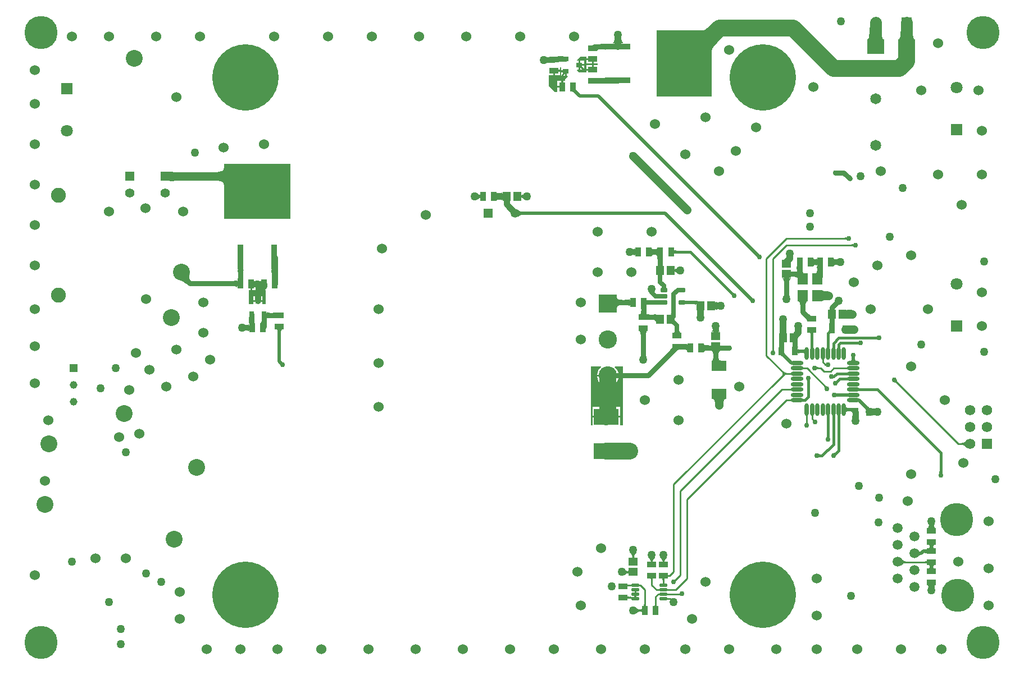
<source format=gbl>
%FSLAX23Y23*%
%MOIN*%
%SFA1B1*%

%IPPOS*%
%AMD87*
4,1,8,-0.022600,0.006900,-0.022600,-0.006900,-0.020700,-0.008900,0.020700,-0.008900,0.022600,-0.006900,0.022600,0.006900,0.020700,0.008900,-0.020700,0.008900,-0.022600,0.006900,0.0*
1,1,0.003900,-0.020700,0.006900*
1,1,0.003900,-0.020700,-0.006900*
1,1,0.003900,0.020700,-0.006900*
1,1,0.003900,0.020700,0.006900*
%
%AMD97*
4,1,8,0.019700,-0.009800,0.019700,0.009800,0.017700,0.011800,-0.017700,0.011800,-0.019700,0.009800,-0.019700,-0.009800,-0.017700,-0.011800,0.017700,-0.011800,0.019700,-0.009800,0.0*
1,1,0.004020,0.017700,-0.009800*
1,1,0.004020,0.017700,0.009800*
1,1,0.004020,-0.017700,0.009800*
1,1,0.004020,-0.017700,-0.009800*
%
%ADD12C,0.010000*%
%ADD25R,0.085830X0.063780*%
%ADD26R,0.053150X0.033470*%
%ADD27R,0.033470X0.053150*%
%ADD30R,0.057330X0.051360*%
%ADD31R,0.051360X0.057330*%
%ADD44C,0.053150*%
%ADD45R,0.053150X0.053150*%
%ADD48R,0.061810X0.061810*%
%ADD49C,0.061810*%
%ADD53R,0.055120X0.055120*%
%ADD54C,0.055120*%
%ADD60C,0.108270*%
%ADD61R,0.108270X0.108270*%
%ADD62C,0.100000*%
%ADD63C,0.015000*%
%ADD64C,0.050000*%
%ADD65C,0.020000*%
%ADD66C,0.035000*%
%ADD67C,0.030000*%
%ADD69C,0.040000*%
%ADD72C,0.045980*%
%ADD73R,0.045980X0.045980*%
%ADD74C,0.393700*%
%ADD75R,0.070870X0.070870*%
%ADD76C,0.070870*%
%ADD77R,0.064960X0.064960*%
%ADD78C,0.064960*%
%ADD79C,0.059060*%
%ADD80C,0.196850*%
%ADD81C,0.088580*%
%ADD82C,0.060000*%
%ADD83C,0.030000*%
%ADD84C,0.100000*%
%ADD85C,0.050000*%
G04~CAMADD=87~8~0.0~0.0~177.2~452.8~19.5~0.0~15~0.0~0.0~0.0~0.0~0~0.0~0.0~0.0~0.0~0~0.0~0.0~0.0~90.0~454.0~177.0*
%ADD87D87*%
%ADD88R,0.151580X0.037400*%
%ADD89R,0.330710X0.397640*%
%ADD90R,0.037400X0.151580*%
%ADD91R,0.397640X0.330710*%
%ADD92R,0.037650X0.047490*%
%ADD93R,0.098430X0.086610*%
%ADD94R,0.031500X0.035430*%
%ADD95R,0.035430X0.031500*%
%ADD96R,0.145670X0.096460*%
G04~CAMADD=97~8~0.0~0.0~236.2~393.7~20.1~0.0~15~0.0~0.0~0.0~0.0~0~0.0~0.0~0.0~0.0~0~0.0~0.0~0.0~270.0~394.0~237.0*
%ADD97D97*%
%ADD98O,0.023620X0.076770*%
%ADD99O,0.076770X0.023620*%
%ADD100R,0.059060X0.066930*%
%ADD101C,0.025000*%
%ADD102C,0.070000*%
%LNpcb1-1*%
%LPD*%
G36*
X5247Y4805D02*
X5233Y4790D01*
X5185Y4736*
X5180Y4729*
X5177Y4723*
X5176Y4718*
X5176Y4715*
X5120Y4838*
X5122Y4836*
X5125Y4836*
X5129Y4837*
X5134Y4839*
X5140Y4843*
X5147Y4849*
X5164Y4864*
X5186Y4885*
X5247Y4805*
G37*
G36*
X6182Y4839D02*
X6184Y4808D01*
X6186Y4800*
X6187Y4794*
X6189Y4789*
X6191Y4785*
X6193Y4783*
X6196Y4783*
X6098*
X6101Y4783*
X6103Y4785*
X6105Y4789*
X6107Y4794*
X6108Y4800*
X6110Y4808*
X6111Y4817*
X6112Y4839*
X6112Y4853*
X6182*
X6182Y4839*
G37*
G36*
X6368Y4834D02*
X6369Y4808D01*
X6371Y4800*
X6372Y4794*
X6374Y4789*
X6376Y4785*
X6378Y4783*
X6381Y4783*
X6368*
X6368Y4774*
X6296*
X6296Y4775*
X6296Y4778*
X6296Y4783*
X6283*
X6286Y4783*
X6288Y4785*
X6290Y4789*
X6292Y4794*
X6294Y4800*
X6295Y4808*
X6296Y4817*
X6297Y4839*
X6297Y4846*
X6297Y4875*
X6367*
X6368Y4834*
G37*
G36*
X4640Y4790D02*
X4640Y4784D01*
X4641Y4778*
X4643Y4772*
X4644Y4768*
X4647Y4764*
X4649Y4762*
X4652Y4760*
X4656Y4758*
X4659Y4758*
X4579*
X4583Y4758*
X4587Y4760*
X4590Y4762*
X4592Y4764*
X4594Y4768*
X4596Y4772*
X4598Y4778*
X4599Y4784*
X4599Y4790*
X4599Y4798*
X4639*
X4640Y4790*
G37*
G36*
X4544Y4721D02*
X4543Y4722D01*
X4542Y4722*
X4541Y4723*
X4539Y4723*
X4536Y4724*
X4529Y4724*
X4520Y4724*
X4511Y4723*
X4507Y4723*
X4503Y4722*
X4501Y4720*
X4499Y4719*
X4497Y4717*
X4496Y4715*
X4496Y4713*
Y4746*
X4496Y4748*
X4497Y4749*
X4499Y4750*
X4501Y4751*
X4503Y4752*
X4507Y4753*
X4511Y4754*
X4514Y4754*
Y4755*
X4519Y4755*
X4539Y4756*
X4541Y4756*
X4542Y4757*
X4543Y4757*
X4544Y4758*
Y4721*
G37*
G36*
X4213Y4675D02*
X4215Y4675D01*
Y4645*
X4212Y4644*
X4203Y4644*
X4201Y4644*
X4200Y4643*
X4199Y4643*
X4198Y4642*
X4197Y4642*
Y4645*
X4183Y4645*
Y4675*
X4189Y4675*
X4197Y4675*
Y4677*
X4198Y4677*
X4199Y4676*
X4200Y4676*
X4201Y4675*
X4208Y4676*
X4210Y4677*
X4212Y4677*
X4213Y4678*
X4213Y4679*
Y4675*
G37*
G36*
X4293Y4682D02*
X4296Y4682D01*
Y4652*
X4293Y4652*
Y4651*
X4292Y4651*
X4291Y4652*
X4290Y4652*
X4287Y4652*
X4277Y4651*
X4273Y4650*
X4271Y4650*
X4269Y4649*
X4267Y4648*
X4266Y4647*
X4266Y4645*
Y4652*
X4263Y4652*
Y4682*
X4293Y4683*
Y4682*
G37*
G36*
X4433Y4670D02*
X4470D01*
Y4665*
X4475*
Y4638*
X4500*
Y4629*
X4475*
Y4602*
X4470*
Y4597*
X4433*
Y4585*
X4390*
X4375Y4599*
X4377Y4604*
X4384*
Y4630*
Y4655*
X4377*
X4375Y4660*
X4395Y4680*
X4433*
Y4670*
G37*
G36*
X4544Y4521D02*
X4543Y4521D01*
X4542Y4521*
X4541Y4521*
X4536Y4522*
X4524Y4522*
X4496Y4520*
Y4554*
X4496Y4553*
X4497Y4553*
X4499Y4553*
X4501Y4553*
X4511Y4552*
X4519Y4552*
X4533Y4553*
X4536Y4554*
X4539Y4554*
X4541Y4555*
X4542Y4556*
X4543Y4557*
X4544Y4558*
Y4521*
G37*
G36*
X4282Y4597D02*
X4310D01*
Y4592*
X4315*
Y4566*
X4320*
X4322Y4562*
X4305Y4545*
Y4536*
X4292*
Y4500*
X4287*
Y4495*
X4260*
Y4470*
X4245*
X4210Y4505*
Y4570*
X4235*
Y4597*
X4240*
Y4602*
X4276*
Y4615*
X4282*
Y4597*
G37*
G36*
X4367Y4497D02*
X4367Y4496D01*
X4367Y4493*
X4367Y4491*
X4368Y4488*
X4370Y4485*
X4372Y4482*
X4375Y4479*
X4383Y4470*
X4366Y4459*
X4362Y4463*
X4355Y4469*
X4352Y4471*
X4349Y4473*
X4346Y4474*
X4343Y4475*
X4341Y4475*
X4339Y4474*
X4338Y4473*
X4368Y4499*
X4367Y4497*
G37*
G36*
X1959Y3996D02*
X1961Y3995D01*
X1963Y3995*
X1967Y3995*
X1991Y3994*
X2009Y3994*
Y3944*
X1959Y3941*
Y3996*
X1959Y3996*
G37*
G36*
X2281Y3919D02*
X2280Y3923D01*
X2279Y3928*
X2276Y3931*
X2273Y3935*
X2268Y3937*
X2263Y3940*
X2256Y3941*
X2249Y3943*
X2240Y3943*
X2231Y3944*
Y3994*
X2240Y3994*
X2249Y3995*
X2256Y3996*
X2263Y3998*
X2268Y4000*
X2273Y4003*
X2276Y4006*
X2279Y4010*
X2280Y4014*
X2281Y4019*
Y3919*
G37*
G36*
X2417Y3965D02*
X2418Y3961D01*
X2420Y3957*
X2422Y3952*
X2425Y3947*
X2428Y3942*
X2432Y3937*
X2442Y3926*
X2448Y3920*
X2441Y3913*
X2435Y3918*
X2418Y3932*
X2413Y3936*
X2408Y3939*
X2404Y3941*
X2400Y3942*
X2396Y3943*
X2392Y3944*
X2417Y3969*
X2417Y3965*
G37*
G36*
X3932Y3867D02*
X3934Y3867D01*
Y3832*
X3932Y3832*
Y3821*
X3932Y3823*
X3931Y3825*
X3929Y3827*
X3927Y3828*
X3923Y3829*
X3920Y3830*
X3915Y3831*
X3911Y3831*
X3907Y3830*
X3904Y3829*
X3902Y3828*
X3900Y3826*
X3899Y3825*
X3899Y3823*
Y3832*
X3897Y3832*
Y3867*
X3899Y3867*
Y3876*
X3899Y3874*
X3900Y3873*
X3902Y3871*
X3904Y3870*
X3907Y3869*
X3911Y3868*
X3915Y3868*
X3915Y3868*
X3920Y3869*
X3923Y3870*
X3927Y3871*
X3929Y3872*
X3931Y3874*
X3932Y3876*
X3932Y3878*
Y3867*
G37*
G36*
X4062Y3832D02*
X4059Y3834D01*
X4055Y3838*
X4052Y3840*
X4050Y3841*
X4048Y3842*
X4048Y3842*
X4047Y3841*
X4047Y3840*
X4047Y3840*
Y3843*
X4046Y3843*
X4044Y3844*
X4042Y3844*
X4040Y3845*
Y3855*
X4042Y3855*
X4044Y3855*
X4046Y3856*
X4047Y3856*
Y3860*
X4047Y3859*
X4047Y3858*
X4048Y3857*
X4048Y3857*
X4050Y3858*
X4052Y3859*
X4055Y3861*
X4057Y3863*
X4062Y3867*
Y3832*
G37*
G36*
X3790Y3865D02*
X3794Y3861D01*
X3797Y3859*
X3799Y3858*
X3800Y3857*
X3800Y3858*
X3800Y3859*
X3801Y3860*
Y3857*
X3801Y3857*
X3803Y3856*
X3805Y3855*
X3807Y3855*
X3809Y3855*
Y3845*
X3807Y3844*
X3805Y3844*
X3803Y3843*
X3801Y3843*
X3801Y3842*
Y3840*
X3800Y3840*
X3800Y3841*
X3800Y3842*
X3799Y3841*
X3797Y3840*
X3794Y3838*
X3792Y3837*
X3787Y3832*
Y3867*
X3790Y3865*
G37*
G36*
X4031Y3766D02*
X4033Y3765D01*
X4035Y3764*
X4037Y3763*
X4039Y3762*
X4041Y3761*
X4043Y3760*
X4046Y3760*
X4048Y3760*
X4060Y3760*
Y3740*
X4053Y3739*
X4044Y3739*
X4043Y3739*
X4041Y3738*
X4039Y3737*
X4037Y3736*
X4035Y3735*
X4033Y3734*
X4031Y3733*
X4029Y3731*
Y3738*
X4023Y3738*
X4023Y3737*
Y3762*
X4023Y3761*
X4025Y3761*
X4027Y3761*
X4029Y3760*
Y3768*
X4031Y3766*
G37*
G36*
X3999Y3785D02*
X4010Y3776D01*
X4010Y3776*
X3984Y3750*
X3984Y3750*
X3983Y3751*
X3983Y3752*
X3982Y3753*
X3978Y3757*
X3972Y3763*
X3997Y3787*
X3999Y3785*
G37*
G36*
X5979Y3589D02*
X5978Y3590D01*
X5977Y3591*
X5975Y3592*
X5974Y3593*
X5973Y3593*
X5972Y3594*
X5970Y3594*
X5969Y3594*
X5968Y3594*
X5966Y3595*
Y3605*
X5968Y3605*
X5969Y3605*
X5970Y3605*
X5972Y3605*
X5973Y3606*
X5974Y3606*
X5975Y3607*
X5977Y3608*
X5978Y3609*
X5979Y3610*
Y3589*
G37*
G36*
X6019Y3549D02*
X6018Y3550D01*
X6017Y3551*
X6015Y3552*
X6014Y3553*
X6013Y3553*
X6012Y3554*
X6010Y3554*
X6009Y3554*
X6008Y3554*
X6006Y3555*
Y3565*
X6008Y3565*
X6009Y3565*
X6010Y3565*
X6012Y3565*
X6013Y3566*
X6014Y3566*
X6015Y3567*
X6017Y3568*
X6018Y3569*
X6019Y3570*
Y3549*
G37*
G36*
X4720Y3535D02*
X4722Y3535D01*
X4725Y3535*
Y3505*
X4722Y3504*
X4720Y3504*
Y3493*
X4720Y3495*
X4719Y3497*
X4718Y3499*
X4716Y3500*
X4713Y3502*
X4710Y3503*
X4709Y3503*
X4708Y3502*
X4707Y3502*
Y3503*
X4706Y3503*
X4701Y3504*
X4696Y3504*
X4690Y3505*
Y3535*
X4696Y3535*
X4706Y3536*
X4707Y3536*
Y3537*
X4708Y3537*
X4709Y3536*
X4710Y3536*
X4713Y3537*
X4716Y3539*
X4718Y3540*
X4719Y3542*
X4720Y3544*
X4720Y3546*
Y3535*
G37*
G36*
X4853Y3493D02*
X4886D01*
X4886Y3493*
X4886Y3492*
X4885Y3490*
X4885Y3488*
X4885Y3478*
X4885Y3463*
X4855*
X4853Y3493*
X4853Y3495*
X4852Y3497*
X4850Y3499*
X4848Y3500*
X4845Y3502*
X4842Y3503*
X4838Y3503*
X4836Y3504*
X4833Y3503*
X4829Y3503*
X4826Y3502*
X4823Y3500*
X4821Y3499*
X4820Y3497*
X4819Y3495*
X4819Y3493*
Y3546*
X4819Y3544*
X4820Y3542*
X4821Y3540*
X4823Y3539*
X4826Y3537*
X4829Y3536*
X4833Y3536*
X4835Y3535*
X4838Y3536*
X4842Y3536*
X4845Y3537*
X4848Y3539*
X4850Y3540*
X4852Y3542*
X4853Y3544*
X4853Y3546*
Y3493*
G37*
G36*
X4951Y3534D02*
X4952Y3533D01*
X4952Y3532*
X4953Y3531*
X4955Y3530*
X4956Y3529*
X4958Y3529*
X4961Y3528*
X4963Y3528*
X4966Y3528*
Y3513*
X4963Y3513*
X4961Y3513*
X4958Y3512*
X4956Y3512*
X4955Y3511*
X4953Y3510*
X4952Y3509*
X4952Y3508*
X4951Y3507*
X4951Y3505*
Y3535*
X4951Y3534*
G37*
G36*
X5459Y3505D02*
X5445Y3490D01*
X5444Y3490*
X5444Y3490*
X5444Y3491*
X5443Y3492*
X5439Y3495*
X5438Y3497*
X5452Y3511*
X5459Y3505*
G37*
G36*
X5800Y3475D02*
X5803Y3475D01*
X5809Y3475*
Y3445*
X5803Y3444*
X5800Y3444*
Y3433*
X5834*
X5833Y3433*
X5833Y3432*
X5833Y3430*
X5833Y3428*
X5832Y3418*
X5832Y3411*
X5832Y3393*
X5787Y3393*
X5790Y3393*
X5792Y3394*
X5795Y3395*
X5797Y3398*
X5798Y3400*
X5800Y3404*
X5801Y3408*
X5801Y3412*
X5801Y3413*
X5800Y3433*
X5800Y3435*
X5799Y3437*
X5798Y3439*
X5796Y3440*
X5793Y3442*
X5790Y3443*
X5790Y3443*
X5789Y3443*
X5786Y3442*
X5783Y3440*
X5781Y3439*
X5780Y3437*
X5779Y3435*
X5779Y3433*
Y3444*
X5776Y3444*
X5770Y3445*
Y3475*
X5776Y3475*
X5779Y3475*
Y3486*
X5779Y3484*
X5780Y3482*
X5781Y3480*
X5783Y3479*
X5786Y3477*
X5789Y3476*
X5790Y3476*
X5790Y3476*
X5793Y3477*
X5796Y3479*
X5798Y3480*
X5799Y3482*
X5800Y3484*
X5800Y3486*
Y3475*
G37*
G36*
X5899Y3484D02*
X5900Y3482D01*
X5901Y3480*
X5903Y3479*
X5906Y3477*
X5909Y3476*
X5913Y3476*
X5916Y3475*
X5918Y3475*
X5919Y3476*
X5920Y3476*
X5921Y3477*
X5922Y3477*
Y3475*
X5923Y3475*
X5929Y3475*
Y3445*
X5923Y3444*
X5922Y3444*
Y3442*
X5921Y3442*
X5920Y3443*
X5919Y3443*
X5918Y3444*
X5917Y3444*
X5913Y3443*
X5909Y3443*
X5906Y3442*
X5903Y3440*
X5901Y3439*
X5900Y3437*
X5899Y3435*
X5899Y3433*
Y3486*
X5899Y3484*
G37*
G36*
X4972Y3392D02*
X4969Y3394D01*
X4965Y3398*
X4962Y3400*
X4960Y3401*
X4958Y3402*
X4958Y3402*
X4957Y3401*
X4957Y3400*
X4957Y3400*
Y3403*
X4956Y3403*
X4954Y3404*
X4952Y3404*
X4950Y3405*
Y3415*
X4952Y3415*
X4954Y3415*
X4956Y3416*
X4957Y3416*
Y3420*
X4957Y3419*
X4957Y3418*
X4958Y3417*
X4958Y3417*
X4960Y3418*
X4962Y3419*
X4965Y3421*
X4967Y3423*
X4972Y3427*
Y3392*
G37*
G36*
X5713Y3433D02*
X5713Y3432D01*
X5713Y3430*
X5713Y3428*
X5712Y3418*
X5712Y3418*
X5712Y3417*
X5713Y3412*
X5713Y3408*
X5714Y3404*
X5716Y3400*
X5717Y3398*
X5719Y3395*
X5722Y3394*
X5724Y3393*
X5727Y3393*
X5687Y3393*
X5685Y3403*
X5682*
X5680Y3433*
X5714*
X5713Y3433*
G37*
G36*
X2035Y3399D02*
X2035Y3398D01*
X2035Y3398*
X2036Y3397*
X2037Y3395*
X2039Y3392*
X2041Y3389*
X2018*
X2019Y3390*
X2024Y3398*
X2024Y3398*
X2024Y3399*
X2025Y3400*
X2035*
X2035Y3399*
G37*
G36*
X2598Y3413D02*
X2599Y3412D01*
X2599Y3411*
X2599Y3405*
X2599Y3379*
X2564*
X2564Y3385*
X2563Y3411*
X2562Y3412*
X2562Y3413*
X2561Y3414*
X2598*
X2598Y3413*
G37*
G36*
X5662Y3403D02*
X5672Y3402D01*
X5676Y3401*
X5679Y3400*
X5682Y3399*
X5684Y3398*
X5686Y3396*
X5686Y3395*
X5687Y3393*
Y3358*
X5686Y3361*
X5686Y3363*
X5684Y3365*
X5682Y3367*
X5679Y3369*
X5676Y3370*
X5672Y3371*
X5668Y3372*
X5662Y3373*
X5657Y3373*
Y3403*
X5662Y3403*
G37*
G36*
X5819Y3359D02*
X5817Y3359D01*
X5808Y3357*
X5807Y3357*
X5807Y3356*
X5806Y3356*
X5799Y3363*
X5800Y3363*
X5800Y3364*
X5800Y3365*
X5800Y3366*
X5801Y3368*
X5802Y3372*
X5802Y3376*
X5819Y3359*
G37*
G36*
X5712Y3379D02*
X5713Y3374D01*
X5714Y3372*
X5715Y3371*
X5715Y3369*
X5716Y3367*
X5717Y3366*
X5719Y3364*
X5720Y3363*
X5713Y3356*
X5711Y3357*
X5710Y3358*
X5708Y3359*
X5707Y3360*
X5705Y3361*
X5703Y3362*
X5701Y3362*
X5699Y3363*
X5697Y3363*
X5695Y3364*
X5712Y3381*
X5712Y3379*
G37*
G36*
X2397Y3414D02*
X2397Y3413D01*
X2396Y3411*
X2396Y3409*
X2395Y3406*
X2395Y3399*
X2395Y3384*
X2394*
X2394Y3356*
X2360*
X2361Y3356*
X2362Y3357*
X2362Y3359*
X2363Y3361*
X2363Y3363*
X2364Y3367*
X2364Y3375*
X2364Y3385*
X2364Y3390*
X2363Y3409*
X2363Y3411*
X2362Y3413*
X2362Y3414*
X2361Y3414*
X2398*
X2397Y3414*
G37*
G36*
X5645Y3362D02*
X5643Y3361D01*
X5641Y3360*
X5639Y3357*
X5638Y3355*
X5637Y3351*
X5636Y3348*
X5635Y3343*
X5635Y3338*
X5635Y3332*
X5605*
X5604Y3338*
X5604Y3343*
X5603Y3348*
X5602Y3351*
X5601Y3355*
X5600Y3357*
X5598Y3360*
X5596Y3361*
X5594Y3362*
X5591Y3362*
X5648*
X5645Y3362*
G37*
G36*
X2076Y3380D02*
X2075Y3375D01*
X2075Y3371*
X2075Y3367*
X2076Y3362*
X2077Y3358*
X2079Y3354*
X2081Y3351*
X2084Y3347*
X2087Y3344*
X2059Y3329*
X2056Y3332*
X2053Y3334*
X2049Y3337*
X2045Y3339*
X2041Y3342*
X2032Y3346*
X2027Y3348*
X2016Y3351*
X2077Y3385*
X2076Y3380*
G37*
G36*
X2360Y3303D02*
X2360Y3306D01*
X2359Y3308*
X2358Y3310*
X2356Y3312*
X2353Y3314*
X2350Y3315*
X2346Y3316*
X2341Y3316*
X2336Y3317*
X2330Y3317*
Y3347*
X2336Y3347*
X2346Y3348*
X2350Y3348*
X2353Y3349*
X2356Y3350*
X2358Y3351*
X2359Y3353*
X2360Y3354*
X2360Y3356*
Y3303*
G37*
G36*
X5300Y3279D02*
X5303Y3277D01*
X5304Y3277*
X5305Y3276*
X5306Y3275*
X5307Y3275*
X5308Y3275*
X5308Y3275*
X5309Y3275*
X5295Y3260*
X5294Y3261*
X5294Y3261*
X5294Y3262*
X5294Y3263*
X5293Y3264*
X5292Y3265*
X5292Y3266*
X5291Y3267*
X5289Y3270*
X5299Y3280*
X5300Y3279*
G37*
G36*
X5635Y3272D02*
X5635Y3263D01*
X5635Y3261*
X5636Y3260*
X5636Y3259*
X5637Y3258*
X5637Y3257*
X5602*
X5602Y3258*
X5603Y3259*
X5603Y3260*
X5604Y3261*
X5604Y3263*
X5604Y3267*
X5604Y3272*
X5605Y3275*
X5635*
X5635Y3272*
G37*
G36*
X5419Y3245D02*
X5405Y3230D01*
X5404Y3230*
X5404Y3230*
X5404Y3231*
X5403Y3232*
X5399Y3235*
X5398Y3237*
X5412Y3251*
X5419Y3245*
G37*
G36*
X5833Y3291D02*
X5834Y3290D01*
X5836Y3289*
X5838Y3288*
X5842Y3287*
X5846Y3286*
X5850Y3285*
X5862Y3285*
X5870Y3285*
Y3235*
X5862Y3234*
X5846Y3233*
X5842Y3232*
X5838Y3232*
X5836Y3230*
X5834Y3229*
X5833Y3228*
X5832Y3226*
Y3293*
X5833Y3291*
G37*
G36*
X2490Y3335D02*
X2517D01*
Y3330*
X2522*
Y3293*
X2530*
Y3210*
X2508*
Y3223*
X2456*
Y3210*
X2430*
Y3293*
X2437*
Y3330*
X2442*
Y3335*
X2469*
Y3350*
X2490*
Y3335*
G37*
G36*
X5019Y3231D02*
X5020Y3230D01*
X5021Y3230*
X5022Y3230*
X5029Y3230*
X5039Y3230*
Y3210*
X5035Y3209*
X5019Y3208*
X5019Y3208*
Y3231*
X5019Y3231*
G37*
G36*
X5082Y3228D02*
X5082Y3200D01*
X5082Y3201*
X5082Y3203*
X5081Y3205*
X5079Y3206*
X5077Y3207*
X5075Y3208*
X5072Y3209*
X5069Y3209*
X5066Y3209*
X5062Y3210*
Y3230*
X5082Y3228*
G37*
G36*
X5743Y3226D02*
X5740Y3225D01*
X5738Y3223*
X5736Y3221*
X5735Y3219*
X5734Y3215*
X5732Y3211*
X5732Y3207*
X5731Y3202*
X5731Y3196*
X5701*
X5701Y3202*
X5701Y3207*
X5700Y3211*
X5699Y3215*
X5698Y3219*
X5696Y3221*
X5694Y3223*
X5692Y3225*
X5690Y3226*
X5687Y3226*
X5746*
X5743Y3226*
G37*
G36*
X5092Y3223D02*
X5093Y3222D01*
X5094Y3222*
X5097Y3221*
X5104Y3220*
X5110Y3219*
X5103Y3212*
X5106Y3208*
X5111Y3203*
X5104Y3196*
X5102Y3199*
X5095Y3204*
X5088Y3197*
X5087Y3200*
X5085Y3216*
X5084Y3216*
X5091Y3223*
X5092Y3223*
G37*
G36*
X4690Y3193D02*
X4690Y3195D01*
X4689Y3197*
X4688Y3199*
X4686Y3200*
X4683Y3202*
X4680Y3203*
X4676Y3203*
X4671Y3204*
X4666Y3204*
X4660Y3205*
Y3235*
X4666Y3235*
X4676Y3236*
X4680Y3236*
X4683Y3237*
X4686Y3239*
X4688Y3240*
X4689Y3242*
X4690Y3244*
X4690Y3246*
Y3193*
G37*
G36*
X4614Y3247D02*
X4615Y3244D01*
X4616Y3242*
X4618Y3240*
X4621Y3238*
X4624Y3237*
X4628Y3236*
X4633Y3235*
X4638Y3235*
X4644Y3235*
Y3205*
X4638Y3204*
X4633Y3204*
X4628Y3203*
X4624Y3202*
X4621Y3201*
X4618Y3199*
X4616Y3197*
X4615Y3195*
X4614Y3192*
X4613Y3190*
Y3250*
X4614Y3247*
G37*
G36*
X5197Y3226D02*
X5198Y3225D01*
X5200Y3224*
X5202Y3223*
X5205Y3222*
X5209Y3221*
X5213Y3220*
X5218Y3220*
X5230Y3220*
Y3180*
X5223Y3179*
X5209Y3178*
X5205Y3177*
X5202Y3176*
X5200Y3175*
X5198Y3174*
X5197Y3173*
X5197Y3171*
Y3228*
X5197Y3226*
G37*
G36*
X4788Y3193D02*
X4788Y3192D01*
X4788Y3190*
X4788Y3188*
X4787Y3178*
X4787Y3173*
X4788Y3163*
X4788Y3159*
X4789Y3156*
X4790Y3153*
X4791Y3151*
X4793Y3150*
X4794Y3149*
X4796Y3149*
X4743*
X4746Y3149*
X4748Y3150*
X4750Y3151*
X4752Y3153*
X4754Y3156*
X4755Y3159*
X4756Y3163*
X4756Y3168*
X4757Y3170*
X4755Y3193*
X4789*
X4788Y3193*
G37*
G36*
X4959Y3148D02*
X4925Y3148D01*
X4927Y3148*
X4929Y3149*
X4931Y3150*
X4933Y3152*
X4934Y3154*
X4935Y3157*
X4936Y3160*
X4937Y3164*
X4937Y3168*
X4937Y3173*
X4962*
X4959Y3148*
G37*
G36*
X2535Y3165D02*
X2536Y3163D01*
X2538Y3162*
X2540Y3161*
X2543Y3160*
X2546Y3159*
X2550Y3158*
X2554Y3157*
X2557Y3157*
X2583Y3159*
Y3125*
X2583Y3126*
X2582Y3126*
X2580Y3126*
X2578Y3126*
X2568Y3127*
X2553Y3127*
Y3129*
X2535Y3132*
Y3167*
X2535Y3165*
G37*
G36*
X5977Y3177D02*
X5978Y3177D01*
X5980Y3176*
X5982Y3176*
X5985Y3175*
X5993Y3175*
X6010Y3175*
Y3125*
X6003Y3124*
X5982Y3123*
X5980Y3123*
X5978Y3122*
X5977Y3122*
X5977Y3121*
Y3178*
X5977Y3177*
G37*
G36*
X4873Y3123D02*
X4866Y3116D01*
X4866Y3116*
X4866Y3116*
X4856Y3117*
X4872Y3133*
X4873Y3123*
G37*
G36*
X5746Y3154D02*
X5757Y3145D01*
X5762Y3142*
X5766Y3139*
X5771Y3137*
X5774Y3136*
X5777Y3136*
X5780Y3137*
X5783Y3138*
X5743Y3105*
X5743Y3107*
X5742Y3110*
X5741Y3112*
X5740Y3115*
X5738Y3118*
X5735Y3121*
X5729Y3128*
X5722Y3136*
X5740Y3160*
X5746Y3154*
G37*
G36*
X4796Y3148D02*
X4797Y3148D01*
X4799Y3148*
X4801Y3148*
X4811Y3147*
X4816Y3147*
X4844Y3148*
X4844Y3102*
X4844Y3105*
X4843Y3107*
X4841Y3110*
X4839Y3112*
X4837Y3113*
X4833Y3115*
X4829Y3116*
X4825Y3116*
X4821Y3117*
X4796Y3115*
Y3149*
X4796Y3148*
G37*
G36*
X2535Y3132D02*
X2535Y3131D01*
X2535Y3129*
X2535Y3102*
X2530*
X2529Y3096*
X2495*
X2497Y3096*
X2499Y3097*
X2500Y3099*
X2501Y3101*
X2502Y3103*
X2503Y3107*
X2504Y3111*
X2504Y3115*
X2504Y3117*
X2504Y3132*
X2535*
X2535Y3132*
G37*
G36*
X2460D02*
X2460Y3131D01*
X2460Y3129*
X2460Y3118*
X2461Y3101*
X2462Y3099*
X2462Y3097*
X2463Y3096*
X2464Y3096*
X2430*
Y3043*
X2430Y3045*
X2429Y3047*
X2428Y3049*
X2426Y3050*
X2423Y3052*
X2420Y3053*
X2416Y3053*
X2413Y3054*
X2411Y3054*
X2410Y3053*
X2409Y3053*
X2408Y3052*
X2407Y3052*
Y3054*
X2406Y3054*
X2400Y3055*
Y3085*
X2406Y3085*
X2407Y3085*
Y3087*
X2408Y3087*
X2409Y3086*
X2410Y3086*
X2411Y3085*
X2412Y3085*
X2416Y3086*
X2420Y3086*
X2423Y3087*
X2426Y3089*
X2428Y3090*
X2429Y3092*
X2430Y3094*
X2430Y3096*
X2430Y3102*
X2430*
X2429Y3132*
X2460*
X2460Y3132*
G37*
G36*
X5904Y3107D02*
X5905Y3088D01*
X5906Y3086*
X5907Y3084*
X5907Y3083*
X5908Y3083*
X5870*
X5871Y3083*
X5872Y3084*
X5872Y3086*
X5873Y3088*
X5873Y3091*
X5874Y3098*
X5874Y3113*
X5904*
X5904Y3107*
G37*
G36*
X4958Y3115D02*
X4959Y3114D01*
X4959Y3113*
X4960Y3111*
X4962Y3109*
X4966Y3104*
X4976Y3094*
X4961Y3074*
X4957Y3078*
X4944Y3090*
X4942Y3091*
X4941Y3091*
X4940Y3091*
X4940Y3091*
X4958Y3116*
X4958Y3115*
G37*
G36*
X5215Y3071D02*
X5215Y3066D01*
X5216Y3062*
X5217*
X5217Y3061*
X5216Y3060*
X5216Y3060*
X5217Y3058*
X5218Y3054*
X5219Y3052*
X5221Y3049*
X5223Y3048*
X5225Y3047*
X5228Y3047*
X5215*
X5215Y3045*
X5185*
X5184Y3047*
X5171*
X5174Y3047*
X5176Y3048*
X5178Y3049*
X5180Y3052*
X5181Y3054*
X5182Y3058*
X5183Y3060*
X5183Y3060*
X5182Y3061*
X5182Y3062*
X5183*
X5184Y3066*
X5184Y3071*
X5185Y3077*
X5215*
X5215Y3071*
G37*
G36*
X2628Y3060D02*
X2626Y3060D01*
X2624Y3059*
X2623Y3057*
X2622Y3055*
X2621Y3053*
X2620Y3051*
X2620Y3048*
X2620Y3044*
X2620Y3040*
X2600*
X2599Y3044*
X2599Y3048*
X2599Y3051*
X2598Y3053*
X2597Y3055*
X2596Y3057*
X2595Y3059*
X2593Y3060*
X2591Y3060*
X2590Y3060*
X2630*
X2628Y3060*
G37*
G36*
X4982Y3059D02*
X4983Y3055D01*
X4983Y3051*
X4984Y3048*
X4985Y3045*
X4987Y3042*
X4988Y3041*
X4990Y3039*
X4992Y3039*
X4995Y3038*
X4945*
X4947Y3039*
X4949Y3039*
X4951Y3041*
X4953Y3042*
X4954Y3045*
X4955Y3048*
X4956Y3051*
X4957Y3055*
X4957Y3059*
X4957Y3064*
X4982*
X4982Y3059*
G37*
G36*
X5891Y3045D02*
X5889Y3044D01*
X5888Y3044*
X5886Y3043*
X5884Y3042*
X5882Y3041*
X5880Y3039*
X5876Y3035*
X5871Y3030*
X5860Y3041*
X5863Y3044*
X5869Y3051*
X5870Y3053*
X5872Y3055*
X5873Y3057*
X5873Y3058*
X5874Y3060*
X5874Y3061*
X5891Y3045*
G37*
G36*
X5783Y3040D02*
X5782Y3040D01*
X5781Y3039*
X5780Y3038*
X5779Y3037*
X5778Y3035*
X5778Y3033*
X5777Y3031*
X5777Y3028*
X5777Y3025*
X5762*
X5762Y3028*
X5762Y3031*
X5761Y3033*
X5761Y3035*
X5760Y3037*
X5759Y3038*
X5758Y3039*
X5757Y3040*
X5756Y3040*
X5755Y3041*
X5785*
X5783Y3040*
G37*
G36*
X4794Y3050D02*
X4792Y3049D01*
X4790Y3048*
X4789Y3046*
X4787Y3043*
X4786Y3040*
X4786Y3036*
X4785Y3031*
X4785Y3026*
X4785Y3020*
X4755*
X4754Y3026*
X4753Y3036*
X4753Y3040*
X4752Y3043*
X4750Y3046*
X4749Y3048*
X4747Y3049*
X4745Y3050*
X4743Y3050*
X4796*
X4794Y3050*
G37*
G36*
X6159Y2999D02*
X6158Y3000D01*
X6157Y3000*
X6157Y3001*
X6156Y3001*
X6154Y3001*
X6153Y3002*
X6152Y3002*
X6151Y3002*
X6147Y3002*
Y3017*
X6149Y3017*
X6152Y3017*
X6153Y3017*
X6154Y3018*
X6156Y3018*
X6157Y3018*
X6157Y3019*
X6158Y3019*
X6159Y3020*
Y2999*
G37*
G36*
X5031Y2927D02*
X5030Y2930D01*
X5029Y2932*
X5028Y2935*
X5026Y2937*
X5023Y2938*
X5020Y2940*
X5016Y2941*
X5012Y2941*
X4996Y2940*
Y2974*
X4996Y2973*
X4997Y2973*
X4999Y2973*
X5001Y2973*
X5009Y2972*
X5026Y2973*
X5028Y2974*
X5029Y2975*
X5030Y2975*
X5030Y2976*
X5031Y2927*
G37*
G36*
X5685Y2977D02*
X5686Y2958D01*
X5687Y2956*
X5687Y2954*
X5688Y2953*
X5689Y2953*
X5651*
X5652Y2953*
X5652Y2954*
X5653Y2956*
X5654Y2958*
X5654Y2961*
X5655Y2968*
X5655Y2983*
X5685*
X5685Y2977*
G37*
G36*
X4995Y2940D02*
X4993Y2942D01*
X4989Y2942*
X4986Y2942*
X4982Y2941*
X4978Y2939*
X4974Y2937*
X4969Y2933*
X4964Y2929*
X4959Y2925*
X4953Y2919*
X4922Y2931*
X4928Y2937*
X4938Y2949*
X4942Y2954*
X4944Y2958*
X4946Y2962*
X4947Y2966*
X4946Y2969*
X4945Y2971*
X4943Y2973*
X4995Y2940*
G37*
G36*
X5689Y2948D02*
X5689Y2946D01*
X5690Y2944*
X5692Y2943*
X5693Y2942*
X5696Y2941*
X5698Y2940*
X5701Y2940*
X5705Y2940*
X5707Y2940*
X5711Y2940*
Y2920*
X5704Y2919*
X5701Y2919*
X5698Y2919*
X5696Y2918*
X5693Y2917*
X5692Y2916*
X5690Y2915*
X5689Y2913*
X5689Y2911*
X5688Y2910*
Y2919*
X5680Y2919*
Y2940*
X5681Y2940*
X5682Y2940*
X5686Y2940*
X5688Y2940*
Y2950*
X5689Y2948*
G37*
G36*
X5129Y2974D02*
X5130Y2972D01*
X5131Y2970*
X5133Y2969*
X5136Y2967*
X5139Y2966*
X5143Y2966*
X5148Y2965*
X5153Y2965*
X5159Y2965*
Y2935*
X5153Y2934*
X5143Y2933*
X5139Y2933*
X5136Y2932*
X5133Y2930*
X5131Y2929*
X5130Y2927*
X5129Y2925*
X5129Y2923*
Y2976*
X5129Y2974*
G37*
G36*
X4785Y2912D02*
X4785Y2903D01*
X4785Y2901*
X4786Y2900*
X4786Y2899*
X4787Y2898*
X4787Y2897*
X4752*
X4752Y2898*
X4753Y2899*
X4753Y2900*
X4754Y2901*
X4754Y2903*
X4754Y2907*
X4754Y2912*
X4755Y2915*
X4785*
X4785Y2912*
G37*
G36*
X5606Y2928D02*
X5606Y2926D01*
X5606Y2924*
X5606Y2922*
X5607Y2919*
X5609Y2916*
X5611Y2913*
X5614Y2909*
X5622Y2901*
X5603Y2892*
X5599Y2895*
X5592Y2901*
X5589Y2904*
X5586Y2905*
X5583Y2907*
X5581Y2907*
X5579Y2907*
X5577Y2907*
X5575Y2906*
X5608Y2929*
X5606Y2928*
G37*
G36*
X5225Y2932D02*
X5223Y2931D01*
X5221Y2930*
X5219Y2927*
X5218Y2925*
X5217Y2921*
X5216Y2918*
X5215Y2913*
X5215Y2908*
X5215Y2903*
X5215Y2899*
X5215Y2894*
X5216Y2889*
X5217Y2885*
X5218Y2882*
X5220Y2879*
X5222Y2877*
X5224Y2875*
X5227Y2875*
X5230Y2874*
X5177Y2874*
X5178Y2875*
X5180Y2876*
X5181Y2877*
X5182Y2879*
X5183Y2882*
X5183Y2885*
X5184Y2889*
X5184Y2894*
X5184Y2903*
X5184Y2908*
X5184Y2913*
X5183Y2918*
X5182Y2921*
X5181Y2925*
X5180Y2927*
X5178Y2930*
X5176Y2931*
X5174Y2932*
X5171Y2932*
X5228*
X5225Y2932*
G37*
G36*
X6026Y2897D02*
X6026Y2896D01*
X6026Y2896*
X6026Y2894*
X6026Y2890*
X6026Y2888*
X6026Y2884*
X6027Y2881*
X6027Y2879*
X6028Y2876*
X6029Y2875*
X6031Y2873*
X6032Y2872*
X6034Y2872*
X6036Y2871*
X5996*
X5998Y2872*
X5999Y2872*
X6001Y2873*
X6002Y2875*
X6003Y2876*
X6004Y2879*
X6005Y2881*
X6005Y2884*
X6006Y2888*
X6006Y2889*
X6005Y2897*
X6026*
X6026Y2897*
G37*
G36*
X2628Y2866D02*
X2613Y2851D01*
X2613Y2851*
X2613Y2851*
X2613Y2852*
X2612Y2853*
X2608Y2857*
X2607Y2858*
X2621Y2872*
X2628Y2866*
G37*
G36*
X5215Y2862D02*
X5215Y2860D01*
X5216Y2858*
X5217Y2856*
X5217Y2854*
X5218Y2852*
X5219Y2851*
X5220Y2849*
X5222Y2848*
X5223Y2846*
X5216Y2839*
X5215Y2840*
X5213Y2842*
X5211Y2843*
X5210Y2844*
X5208Y2845*
X5206Y2846*
X5204Y2846*
X5202Y2847*
X5200Y2847*
X5197Y2848*
X5214Y2865*
X5215Y2862*
G37*
G36*
X5796Y2839D02*
X5797Y2838D01*
X5799Y2837*
X5800Y2836*
X5801Y2836*
X5802Y2835*
X5804Y2835*
X5805Y2835*
X5806Y2835*
X5808Y2835*
Y2825*
X5806Y2824*
X5805Y2824*
X5804Y2824*
X5802Y2824*
X5801Y2823*
X5800Y2823*
X5799Y2822*
X5797Y2821*
X5796Y2820*
X5795Y2819*
Y2840*
X5796Y2839*
G37*
G36*
X4650Y2490D02*
X4632D01*
Y2535*
X4550*
X4467*
Y2490*
X4460*
Y2840*
X4518*
X4519Y2835*
X4519Y2834*
X4510Y2825*
X4503Y2815*
X4498Y2803*
X4495Y2791*
Y2790*
X4560*
X4624*
Y2791*
X4621Y2803*
X4616Y2815*
X4609Y2825*
X4600Y2834*
X4600Y2835*
X4601Y2840*
X4650*
Y2490*
G37*
G36*
X5603Y2807D02*
X5605Y2806D01*
X5606Y2805*
X5608Y2804*
X5610Y2804*
X5611Y2803*
X5613Y2802*
X5615Y2802*
X5617Y2802*
X5619Y2802*
Y2792*
X5617Y2792*
X5615Y2791*
X5613Y2791*
X5611Y2791*
X5610Y2790*
X5608Y2789*
X5606Y2788*
X5605Y2787*
X5603Y2786*
X5602Y2785*
X5593Y2790*
X5594Y2791*
X5595Y2793*
X5596Y2794*
X5596Y2795*
X5596Y2797*
X5596Y2798*
X5596Y2800*
X5595Y2801*
X5594Y2802*
X5593Y2804*
X5602Y2809*
X5603Y2807*
G37*
G36*
X6275Y2758D02*
X6275Y2756D01*
X6275Y2755*
X6275Y2754*
X6276Y2752*
X6276Y2751*
X6277Y2750*
X6278Y2749*
X6278Y2748*
X6279Y2747*
X6272Y2740*
X6271Y2741*
X6270Y2741*
X6269Y2742*
X6268Y2743*
X6267Y2743*
X6265Y2744*
X6264Y2744*
X6263Y2744*
X6261Y2744*
X6260Y2745*
X6275Y2759*
X6275Y2758*
G37*
G36*
X5850Y2726D02*
X5851Y2725D01*
X5853Y2724*
X5854Y2723*
X5855Y2723*
X5856Y2722*
X5858Y2722*
X5859Y2721*
X5860Y2721*
X5862Y2721*
X5845Y2709*
X5845Y2710*
X5845Y2711*
X5845Y2713*
X5845Y2714*
X5845Y2715*
X5844Y2716*
X5843Y2718*
X5843Y2719*
X5842Y2720*
X5841Y2721*
X5849Y2727*
X5850Y2726*
G37*
G36*
X5912Y2681D02*
X5912Y2681D01*
X5913Y2681*
X5914Y2681*
X5919Y2681*
X5921Y2681*
Y2661*
X5911Y2660*
Y2681*
X5912Y2681*
G37*
G36*
X5253Y2644D02*
X5251Y2643D01*
X5249Y2642*
X5248Y2639*
X5247Y2636*
X5246Y2632*
X5245Y2627*
X5245Y2622*
X5245Y2610*
X5195*
X5194Y2616*
X5194Y2627*
X5193Y2632*
X5192Y2636*
X5191Y2639*
X5190Y2642*
X5188Y2643*
X5186Y2644*
X5184Y2645*
X5255*
X5253Y2644*
G37*
G36*
X6026Y2587D02*
X6031Y2587D01*
X6026Y2582*
X6026Y2581*
X6027Y2580*
X6028Y2579*
X6028Y2578*
X6030Y2575*
X6032Y2574*
X6033Y2573*
X6026Y2566*
X6025Y2567*
X6021Y2570*
X6020Y2571*
X6018Y2572*
X6017Y2572*
X6017Y2572*
X6012Y2568*
X6012Y2570*
X6012Y2579*
X6012Y2580*
X6012Y2580*
X6019Y2587*
X6019Y2587*
X6019Y2587*
X6020Y2587*
X6020Y2587*
X6022Y2587*
X6026Y2587*
G37*
G36*
X6100Y2604D02*
X6107Y2598D01*
X6110Y2595*
X6113Y2594*
X6116Y2592*
X6118Y2592*
X6120Y2592*
X6122Y2592*
X6124Y2593*
X6091Y2570*
X6093Y2571*
X6093Y2573*
X6093Y2575*
X6093Y2577*
X6092Y2580*
X6090Y2583*
X6088Y2586*
X6085Y2590*
X6077Y2598*
X6096Y2607*
X6100Y2604*
G37*
G36*
X5972Y2601D02*
X5972Y2600D01*
X5973Y2598*
X5975Y2597*
X5976Y2596*
X5979Y2595*
X5981Y2594*
X5984Y2594*
X5988Y2593*
X5992Y2593*
X6010Y2593*
X6011Y2563*
X6010Y2565*
X6010Y2567*
X6009Y2568*
X6007Y2570*
X6006Y2571*
X6003Y2572*
X6001Y2572*
X5998Y2573*
X5994Y2573*
X5991Y2573*
X5988Y2573*
X5984Y2573*
X5981Y2572*
X5979Y2572*
X5976Y2571*
X5975Y2570*
X5973Y2568*
X5972Y2567*
X5972Y2565*
X5971Y2563*
Y2603*
X5972Y2601*
G37*
G36*
X6129Y2592D02*
X6130Y2592D01*
X6131Y2591*
X6134Y2591*
X6136Y2590*
X6144Y2590*
X6160Y2590*
Y2550*
X6154Y2549*
X6134Y2548*
X6131Y2548*
X6130Y2547*
X6129Y2547*
X6129Y2546*
Y2593*
X6129Y2592*
G37*
G36*
X6048Y2546D02*
X6048Y2545D01*
X6047Y2543*
X6047Y2531*
X6047Y2515*
X6012*
X6010Y2546*
X6048*
X6048Y2546*
G37*
G36*
X6687Y2358D02*
X6684Y2361D01*
X6678Y2366*
X6675Y2369*
X6673Y2370*
X6670Y2372*
X6667Y2373*
X6665Y2374*
X6663Y2374*
X6660Y2375*
Y2385*
X6663Y2385*
X6665Y2385*
X6667Y2386*
X6670Y2387*
X6673Y2389*
X6675Y2390*
X6678Y2393*
X6684Y2398*
X6687Y2401*
Y2358*
G37*
G36*
X5920Y2320D02*
X5919Y2319D01*
X5917Y2316*
X5917Y2315*
X5916Y2314*
X5915Y2313*
X5915Y2312*
X5915Y2311*
X5915Y2311*
X5915Y2310*
X5900Y2325*
X5901Y2325*
X5901Y2325*
X5902Y2325*
X5903Y2325*
X5904Y2326*
X5905Y2327*
X5906Y2327*
X5907Y2328*
X5910Y2330*
X5920Y2320*
G37*
G36*
X5811Y2319D02*
X5812Y2319D01*
X5812Y2318*
X5813Y2318*
X5815Y2318*
X5816Y2317*
X5817Y2317*
X5818Y2317*
X5821Y2317*
Y2302*
X5820Y2302*
X5817Y2302*
X5816Y2302*
X5815Y2301*
X5813Y2301*
X5812Y2301*
X5812Y2300*
X5811Y2300*
X5810Y2299*
Y2320*
X5811Y2319*
G37*
G36*
X6541Y2215D02*
X6542Y2212D01*
X6542Y2211*
X6542Y2209*
X6543Y2208*
X6543Y2207*
X6543Y2207*
X6544Y2206*
X6544Y2205*
X6523*
X6524Y2206*
X6525Y2207*
X6525Y2207*
X6525Y2208*
X6526Y2209*
X6526Y2211*
X6526Y2212*
X6526Y2213*
X6526Y2216*
X6541*
X6541Y2215*
G37*
G36*
X6495Y1903D02*
X6495Y1902D01*
X6497*
X6497Y1901*
X6496Y1900*
X6496Y1899*
X6495Y1898*
X6495Y1897*
X6496Y1893*
X6496Y1889*
X6497Y1886*
X6499Y1883*
X6500Y1881*
X6502Y1880*
X6504Y1879*
X6506Y1879*
X6453*
X6455Y1879*
X6457Y1880*
X6459Y1881*
X6460Y1883*
X6462Y1886*
X6463Y1889*
X6463Y1893*
X6464Y1896*
X6464Y1898*
X6463Y1899*
X6463Y1900*
X6462Y1901*
X6462Y1902*
X6464*
X6464Y1903*
X6465Y1909*
X6495*
X6495Y1903*
G37*
G36*
X6498Y1780D02*
X6496Y1780D01*
X6494Y1779*
X6493Y1777*
X6492Y1776*
X6491Y1773*
X6490Y1771*
X6490Y1770*
X6490Y1768*
X6491Y1766*
X6492Y1764*
X6493Y1762*
X6494Y1760*
X6496Y1759*
X6498Y1759*
X6500Y1759*
X6460*
X6461Y1759*
X6463Y1759*
X6465Y1760*
X6466Y1762*
X6467Y1764*
X6468Y1766*
X6469Y1768*
X6469Y1770*
X6469Y1771*
X6468Y1773*
X6467Y1776*
X6466Y1777*
X6465Y1779*
X6463Y1780*
X6461Y1780*
X6460Y1781*
X6500*
X6498Y1780*
G37*
G36*
X6453Y1725D02*
X6453Y1727D01*
X6452Y1728*
X6451Y1729*
X6450Y1730*
X6448Y1730*
X6446Y1731*
X6443Y1731*
X6440Y1732*
X6433Y1732*
Y1752*
X6437Y1752*
X6443Y1753*
X6446Y1753*
X6448Y1754*
X6450Y1754*
X6451Y1755*
X6452Y1756*
X6453Y1757*
X6453Y1759*
Y1725*
G37*
G36*
X6406Y1739D02*
X6406Y1739D01*
X6407Y1738*
X6408Y1738*
X6409Y1738*
X6412Y1738*
X6418Y1738*
Y1718*
X6415Y1718*
X6408Y1717*
X6407Y1717*
X6406Y1717*
X6406Y1716*
X6406Y1716*
Y1739*
X6406Y1739*
G37*
G36*
X4725Y1729D02*
X4721Y1725D01*
X4719Y1722*
X4718Y1720*
X4717Y1718*
X4716Y1716*
X4715Y1714*
X4715Y1713*
X4715Y1712*
X4715Y1710*
X4716Y1709*
X4716Y1708*
X4717Y1708*
X4718Y1707*
X4719Y1707*
X4720Y1707*
X4700*
X4700Y1707*
X4701Y1707*
X4702Y1708*
X4703Y1708*
X4703Y1709*
X4704Y1710*
X4704Y1712*
X4704Y1713*
X4704Y1714*
X4703Y1716*
X4703Y1718*
X4701Y1720*
X4700Y1722*
X4698Y1725*
X4697Y1727*
X4692Y1732*
X4727*
X4725Y1729*
G37*
G36*
X4905Y1699D02*
X4901Y1695D01*
X4899Y1692*
X4898Y1690*
X4897Y1688*
X4896Y1686*
X4895Y1684*
X4895Y1684*
X4895Y1683*
X4895Y1682*
X4896Y1681*
X4896Y1680*
X4897Y1679*
X4898Y1679*
X4899Y1679*
X4900Y1678*
X4880*
X4880Y1679*
X4881Y1679*
X4882Y1679*
X4883Y1680*
X4883Y1681*
X4884Y1682*
X4884Y1683*
X4884Y1684*
X4884Y1684*
X4883Y1686*
X4883Y1688*
X4881Y1690*
X4880Y1692*
X4878Y1695*
X4877Y1697*
X4872Y1702*
X4907*
X4905Y1699*
G37*
G36*
X4835D02*
X4831Y1695D01*
X4829Y1692*
X4828Y1690*
X4827Y1688*
X4826Y1686*
X4825Y1684*
X4825Y1684*
X4825Y1683*
X4825Y1682*
X4826Y1681*
X4826Y1680*
X4827Y1679*
X4828Y1679*
X4829Y1679*
X4830Y1678*
X4810*
X4810Y1679*
X4811Y1679*
X4812Y1679*
X4813Y1680*
X4813Y1681*
X4814Y1682*
X4814Y1683*
X4814Y1684*
X4814Y1684*
X4813Y1686*
X4813Y1688*
X4811Y1690*
X4810Y1692*
X4808Y1695*
X4807Y1697*
X4802Y1702*
X4837*
X4835Y1699*
G37*
G36*
X6453Y1682D02*
X6455Y1682D01*
X6470Y1683*
X6471Y1683*
X6472Y1684*
X6472Y1684*
Y1670*
X6472Y1670*
X6471Y1671*
X6470Y1671*
X6468Y1671*
X6464Y1672*
X6455Y1672*
X6453Y1672*
Y1667*
X6453Y1668*
X6453Y1669*
X6452Y1670*
X6452Y1670*
X6451Y1671*
X6450Y1671*
X6448Y1672*
X6447Y1672*
X6445Y1672*
X6443Y1672*
Y1682*
X6445Y1682*
X6447Y1682*
X6448Y1682*
X6450Y1683*
X6451Y1683*
X6452Y1684*
X6452Y1684*
X6453Y1685*
X6453Y1686*
X6453Y1687*
Y1682*
G37*
G36*
X6303Y1695D02*
X6308Y1690D01*
X6311Y1688*
X6314Y1686*
X6316Y1685*
X6319Y1683*
X6321Y1683*
X6323Y1682*
X6325Y1682*
X6325Y1672*
X6323Y1672*
X6321Y1671*
X6318Y1671*
X6316Y1670*
X6313Y1668*
X6311Y1666*
X6308Y1664*
X6302Y1659*
X6299Y1657*
X6300Y1698*
X6303Y1695*
G37*
G36*
X6498Y1660D02*
X6496Y1660D01*
X6494Y1659*
X6493Y1657*
X6492Y1656*
X6491Y1653*
X6490Y1651*
X6490Y1650*
X6490Y1648*
X6491Y1646*
X6492Y1644*
X6493Y1642*
X6494Y1640*
X6496Y1639*
X6498Y1639*
X6500Y1639*
X6460*
X6461Y1639*
X6463Y1639*
X6465Y1640*
X6466Y1642*
X6467Y1644*
X6468Y1646*
X6469Y1648*
X6469Y1650*
X6469Y1651*
X6468Y1653*
X6467Y1656*
X6466Y1657*
X6465Y1659*
X6463Y1660*
X6461Y1660*
X6460Y1661*
X6500*
X6498Y1660*
G37*
G36*
X4662Y1633D02*
X4666Y1629D01*
X4668Y1627*
X4671Y1626*
X4673Y1625*
X4675Y1624*
X4677Y1623*
X4677Y1624*
X4679Y1624*
X4679Y1625*
X4680Y1625*
X4681Y1626*
X4681Y1627*
X4681Y1628*
Y1608*
X4681Y1609*
X4681Y1610*
X4680Y1610*
X4679Y1611*
X4679Y1612*
X4677Y1612*
X4677Y1612*
X4675Y1612*
X4673Y1611*
X4671Y1610*
X4668Y1608*
X4666Y1607*
X4664Y1605*
X4659Y1600*
Y1635*
X4662Y1633*
G37*
G36*
X4897Y1580D02*
X4896Y1580D01*
X4896Y1580*
X4895Y1579*
X4894Y1578*
X4894Y1577*
X4894Y1576*
X4893Y1574*
X4893Y1572*
X4893Y1570*
X4883*
X4883Y1572*
X4883Y1574*
X4883Y1576*
X4882Y1577*
X4882Y1578*
X4881Y1579*
X4881Y1580*
X4880Y1580*
X4879Y1580*
X4878Y1580*
X4898*
X4897Y1580*
G37*
G36*
X4829D02*
X4828Y1580D01*
X4827Y1580*
X4826Y1579*
X4826Y1578*
X4825Y1577*
X4825Y1576*
X4825Y1574*
X4825Y1572*
X4825Y1570*
X4815*
X4814Y1572*
X4814Y1574*
X4814Y1576*
X4814Y1577*
X4813Y1578*
X4813Y1579*
X4812Y1580*
X4811Y1580*
X4810Y1580*
X4810Y1580*
X4830*
X4829Y1580*
G37*
G36*
X6495Y1542D02*
X6495Y1540D01*
X6506*
X6504Y1540*
X6502Y1539*
X6500Y1538*
X6499Y1536*
X6497Y1533*
X6496Y1530*
X6496Y1529*
X6497Y1528*
X6497Y1527*
X6496*
X6496Y1526*
X6495Y1521*
X6495Y1516*
X6495Y1510*
X6465*
X6464Y1516*
X6463Y1526*
X6463Y1527*
X6462*
X6462Y1528*
X6463Y1529*
X6463Y1530*
X6462Y1533*
X6460Y1536*
X6459Y1538*
X6457Y1539*
X6455Y1540*
X6453Y1540*
X6464*
X6464Y1542*
X6465Y1545*
X6495*
X6495Y1542*
G37*
G36*
X4726Y1478D02*
X4726Y1478D01*
X4731*
X4730Y1478*
X4729Y1478*
X4728Y1477*
X4728Y1476*
X4727Y1475*
X4727Y1474*
X4727Y1474*
X4727Y1474*
X4727Y1472*
X4728Y1472*
X4728Y1471*
X4729Y1470*
X4730Y1470*
X4731Y1470*
X4726*
X4726Y1470*
X4726Y1468*
X4716*
X4716Y1470*
X4716Y1470*
X4711*
X4712Y1470*
X4713Y1470*
X4713Y1471*
X4714Y1472*
X4715Y1472*
X4715Y1474*
X4715Y1474*
X4715Y1474*
X4715Y1475*
X4714Y1476*
X4713Y1477*
X4713Y1478*
X4712Y1478*
X4711Y1478*
X4716*
X4716Y1478*
X4716Y1480*
X4726*
X4726Y1478*
G37*
G36*
X4691Y1472D02*
X4701Y1471D01*
X4701Y1471*
X4701Y1471*
X4701Y1470*
X4700Y1470*
X4698Y1457*
X4698Y1458*
X4698Y1459*
X4698Y1460*
X4697Y1460*
X4696Y1461*
X4695Y1461*
X4694Y1462*
X4692Y1462*
X4690Y1462*
X4688Y1462*
Y1472*
X4691Y1472*
G37*
G36*
X4676Y1476D02*
X4676Y1475D01*
X4677Y1474*
X4677Y1474*
X4678Y1473*
X4679Y1473*
X4681Y1472*
X4682Y1472*
X4684Y1472*
X4686Y1472*
Y1462*
X4684Y1462*
X4682Y1462*
X4681Y1462*
X4679Y1461*
X4678Y1461*
X4677Y1460*
X4677Y1460*
X4676Y1459*
X4676Y1458*
X4676Y1457*
Y1477*
X4676Y1476*
G37*
G36*
X4847Y1424D02*
X4847Y1422D01*
X4847Y1421*
X4848Y1419*
X4848Y1418*
X4849Y1417*
X4849Y1417*
X4850Y1416*
X4851Y1416*
X4852Y1416*
X4832*
X4833Y1416*
X4834Y1416*
X4835Y1417*
X4835Y1417*
X4836Y1418*
X4836Y1419*
X4837Y1421*
X4837Y1422*
X4837Y1424*
X4837Y1426*
X4847*
X4847Y1424*
G37*
G36*
X4782D02*
X4782Y1422D01*
X4782Y1421*
X4783Y1419*
X4783Y1418*
X4784Y1417*
X4784Y1417*
X4785Y1416*
X4786Y1416*
X4787Y1416*
X4767*
X4768Y1416*
X4769Y1416*
X4770Y1417*
X4770Y1417*
X4771Y1418*
X4771Y1419*
X4772Y1421*
X4772Y1422*
X4772Y1424*
X4772Y1426*
X4782*
X4782Y1424*
G37*
G36*
X4761Y1380D02*
X4760Y1380D01*
X4760Y1381*
X4760Y1382*
X4759Y1383*
X4758Y1383*
X4757Y1384*
X4756Y1384*
X4754Y1384*
X4752Y1384*
X4750Y1385*
Y1395*
X4752Y1395*
X4754Y1395*
X4756Y1395*
X4757Y1395*
X4758Y1396*
X4759Y1396*
X4760Y1397*
X4760Y1398*
X4760Y1399*
X4761Y1400*
Y1380*
G37*
G36*
X4730Y1405D02*
X4734Y1401D01*
X4737Y1399*
X4739Y1398*
X4741Y1397*
X4743Y1396*
X4745Y1395*
X4747Y1395*
X4749Y1395*
Y1385*
X4747Y1384*
X4745Y1384*
X4743Y1383*
X4741Y1383*
X4739Y1381*
X4737Y1380*
X4734Y1378*
X4732Y1377*
X4727Y1372*
Y1407*
X4730Y1405*
G37*
%LNpcb1-2*%
%LPC*%
G36*
X4465Y4660D02*
X4433D01*
Y4638*
X4465*
Y4660*
G37*
G36*
X4417Y4655D02*
X4394D01*
Y4635*
X4417*
Y4655*
G37*
G36*
X4465Y4629D02*
X4433D01*
Y4607*
X4465*
Y4629*
G37*
G36*
X4417Y4625D02*
X4394D01*
Y4604*
X4417*
Y4625*
G37*
G36*
X4276Y4592D02*
X4245D01*
Y4570*
X4276*
Y4592*
G37*
G36*
X4305Y4587D02*
X4282D01*
Y4566*
X4305*
Y4587*
G37*
G36*
X4282Y4536D02*
X4260D01*
Y4505*
X4282*
Y4536*
G37*
G36*
X2512Y3325D02*
X2490D01*
Y3293*
X2512*
Y3325*
G37*
G36*
X2469D02*
X2447D01*
Y3293*
X2469*
Y3325*
G37*
G36*
X2508Y3256D02*
X2487D01*
Y3233*
X2508*
Y3256*
G37*
G36*
X2477D02*
X2456D01*
Y3233*
X2477*
Y3256*
G37*
G36*
X4624Y2780D02*
X4565D01*
Y2720*
X4566*
X4578Y2723*
X4590Y2728*
X4600Y2735*
X4609Y2744*
X4616Y2754*
X4621Y2766*
X4624Y2778*
Y2780*
G37*
G36*
X4555D02*
X4495D01*
Y2778*
X4498Y2766*
X4503Y2754*
X4510Y2744*
X4519Y2735*
X4529Y2728*
X4541Y2723*
X4553Y2720*
X4555*
Y2780*
G37*
G36*
X4632Y2598D02*
X4555D01*
Y2545*
X4632*
Y2598*
G37*
G36*
X4545D02*
X4467D01*
Y2545*
X4545*
Y2598*
G37*
%LNpcb1-3*%
%LPD*%
G54D12*
X5683Y2828D02*
X5741D01*
X5822Y2830D02*
X5841Y2811D01*
X5741Y2828D02*
X5860Y2710D01*
X5882Y2811D02*
X5900Y2828D01*
X5841Y2811D02*
X5882D01*
X5860Y2706D02*
Y2710D01*
X4990Y1600D02*
Y2100D01*
X5592Y2702D02*
X5683D01*
X4990Y2100D02*
X5592Y2702D01*
X4950Y1560D02*
X4990Y1600D01*
X5030Y2050D02*
X5619Y2639D01*
X4970Y1520D02*
X5030Y1580D01*
Y2050*
X5619Y2639D02*
X5683D01*
X5770Y2917D02*
X5771Y2916D01*
X5757Y3122D02*
X5770D01*
X5688Y3388D02*
X5697Y3379D01*
X5716Y3360*
X5620Y3600D02*
X5990D01*
X5500Y2904D02*
Y3480D01*
X5620Y3600*
Y3560D02*
X6030D01*
X5540Y2920D02*
Y3480D01*
X5620Y3560*
X5500Y2904D02*
X5607Y2797D01*
X4969Y1520D02*
X4970D01*
X4857Y1487D02*
X4997D01*
X5000Y1490*
X4888Y1512D02*
X4962D01*
X4969Y1520*
X4847Y1512D02*
X4888D01*
X5865Y2405D02*
X5865Y2405D01*
X6015Y2583D02*
X6030Y2569D01*
X5771Y2529D02*
X5790Y2510D01*
X5771Y2529D02*
Y2583D01*
X5740Y2490D02*
Y2583D01*
X5739Y2583D02*
X5740Y2583D01*
X5900Y2828D02*
X6016D01*
X5785Y2830D02*
X5822D01*
X5850Y2850D02*
X5865D01*
X5834Y2865D02*
Y2916D01*
Y2865D02*
X5850Y2850D01*
X2580Y3490D02*
X2582Y3487D01*
X2030Y3380D02*
Y3400D01*
X2628Y2851D02*
D01*
X3770Y3850D02*
X3817D01*
X4890Y1662D02*
Y1720D01*
X4820Y1662D02*
Y1720D01*
X4641Y1618D02*
X4710D01*
Y1390D02*
X4777D01*
X4710Y1681D02*
Y1750D01*
X4930Y1460D02*
X4950Y1440D01*
X4021Y3850D02*
X4080D01*
X5540Y2920D02*
X5540D01*
X4931Y3410D02*
X4990D01*
X4237Y4660D02*
X4244Y4667D01*
X4890Y1460D02*
X4930D01*
X4888Y1461D02*
X4890Y1460D01*
X4820Y1540D02*
Y1597D01*
Y1540D02*
X4847Y1512D01*
X6640Y2380D02*
X6710D01*
X6260Y2760D02*
X6640Y2380D01*
X4950Y1620D02*
Y2140D01*
X5607Y2797D02*
X5683D01*
X4926Y1596D02*
X4950Y1620D01*
Y2140D02*
X5607Y2797D01*
X4888Y1596D02*
X4926D01*
X5200Y2958D02*
X5208Y2950D01*
X4888Y1538D02*
Y1596D01*
X4842Y1390D02*
Y1472D01*
X4857Y1487*
X4721Y1538D02*
X4751D01*
X4777Y1512*
Y1390D02*
Y1512D01*
X4721Y1461D02*
Y1487D01*
Y1512*
X4715Y1467D02*
X4721Y1461D01*
X4650Y1467D02*
X4715D01*
X4650Y1532D02*
X4655Y1538D01*
X4721*
X5200Y2863D02*
X5220Y2843D01*
X5191Y2950D02*
X5200Y2958D01*
X5040Y2957D02*
X5047Y2950D01*
X5088Y3220D02*
X5108Y3200D01*
X4857Y3132D02*
X4870Y3120D01*
X4770Y3132D02*
X4772Y3134D01*
X4560Y3214D02*
X4565Y3220D01*
X4305Y4597D02*
X4310Y4592D01*
X4240Y4597D02*
X4305D01*
X4287Y4569D02*
X4310Y4592D01*
X4287Y4500D02*
Y4569D01*
X4470Y4537D02*
X4472Y4540D01*
X4389Y4630D02*
X4416Y4602D01*
X4470*
Y4665*
X5803Y3360D02*
X5817Y3374D01*
X6278Y1678D02*
X6279Y1677D01*
X6480*
X2520Y3150D02*
X2527Y3142D01*
X2445Y3150D02*
X2447Y3147D01*
X2512Y3070D02*
X2520Y3077D01*
X2392Y3969D02*
X2480Y3881D01*
G54D25*
X5220Y2843D03*
Y2676D03*
G54D26*
X6480Y1557D03*
Y1622D03*
X5770Y3122D03*
Y3057D03*
X4650Y1532D03*
Y1467D03*
X4970Y2957D03*
Y3022D03*
X4890Y1662D03*
Y1597D03*
X4240Y4662D03*
Y4597D03*
X2610Y3077D03*
Y3142D03*
X6480Y1862D03*
Y1797D03*
X4820Y1662D03*
Y1597D03*
X4470Y4730D03*
Y4665D03*
X4770Y3067D03*
Y3132D03*
X6480Y1742D03*
Y1677D03*
X4470Y4602D03*
Y4537D03*
G54D27*
X4737Y3520D03*
X4802D03*
X2517Y3330D03*
X2582D03*
X4777Y1390D03*
X4842D03*
X4870Y3520D03*
X4934D03*
X4352Y4500D03*
X4287D03*
X2447Y3070D03*
X2512D03*
X5697Y3460D03*
X5762D03*
X5882D03*
X5817D03*
X4707Y3220D03*
X4772D03*
X5112Y2950D03*
X5047D03*
X3817Y3850D03*
X3882D03*
X2377Y3330D03*
X2442D03*
G54D30*
X5200Y3021D03*
Y2958D03*
X4710Y1681D03*
Y1618D03*
X5620Y3451D03*
Y3388D03*
G54D31*
X4931Y3410D03*
X4868D03*
X4933Y3120D03*
X4870D03*
X5171Y3200D03*
X5108D03*
X5598Y3010D03*
X5661D03*
X5888Y3150D03*
X5951D03*
X4021Y3850D03*
X3958D03*
G54D44*
X4010Y3750D03*
G54D45*
X3849Y3750D03*
G54D48*
X6810Y2380D03*
G54D49*
X6810Y2480D03*
Y2580D03*
X6710Y2380D03*
Y2480D03*
Y2580D03*
G54D53*
X1721Y3969D03*
X1931D03*
G54D54*
X1721Y3870D03*
X1931D03*
G54D60*
X4560Y2785D03*
Y3000D03*
G54D61*
X4560Y3214D03*
G54D62*
X4550Y2337D02*
X4687D01*
X4550Y2540D02*
X4560Y2550D01*
Y2785*
X6332Y4652D02*
Y4740D01*
X6010Y4610D02*
X6290D01*
X6332Y4652*
X5900Y4610D02*
X6010D01*
X5660Y4850D02*
X5900Y4610D01*
X5221Y4850D02*
X5660D01*
X5011Y4640D02*
X5221Y4850D01*
G54D63*
X5885Y2780D02*
X5900D01*
X5750Y2660D02*
Y2770D01*
X5900Y2780D02*
X5917Y2797D01*
X6016*
X6157Y2702D02*
X6534Y2325D01*
Y2194D02*
Y2325D01*
X6016Y2702D02*
X6157D01*
X5770Y2917D02*
Y3057D01*
X5919Y2999D02*
D01*
X5930Y3010D02*
X6169D01*
X5919Y2999D02*
X5930Y3010D01*
X5897Y2977D02*
X5907Y2987D01*
X5897Y2916D02*
Y2977D01*
X5940Y2980D02*
X6060D01*
X5928Y2968D02*
X5940Y2980D01*
X5907Y2987D02*
X5919Y2999D01*
X5800Y2310D02*
X5830D01*
X5897Y2377*
Y2583*
X5865Y2405D02*
Y2583D01*
X5729Y2639D02*
X5750Y2660D01*
X5683Y2639D02*
X5729D01*
X5910Y2740D02*
X5935Y2765D01*
X6016*
X5900Y2310D02*
X5928Y2338D01*
Y2583*
X4935Y3520D02*
X5049D01*
X5310Y3260*
X4934Y3520D02*
X4935Y3520D01*
X5865Y3036D02*
X5889Y3060D01*
X5865Y2916D02*
Y3036D01*
X5928Y2916D02*
Y2968D01*
G54D64*
X5803Y3260D02*
X5870D01*
X4710Y4090D02*
X5030Y3770D01*
X5220Y2610D02*
Y2676D01*
X5970Y3060D02*
X6020D01*
X5951Y3150D02*
X6010D01*
X1931Y3969D02*
X2392D01*
G54D65*
X5649Y2860D02*
X5683D01*
X5589Y2920D02*
X5649Y2860D01*
X5589Y2920D02*
Y2930D01*
X5726D02*
X5739Y2916D01*
X5670Y2930D02*
X5726D01*
X4352Y4487D02*
X4392Y4447D01*
X4352Y4487D02*
Y4500D01*
X4392Y4447D02*
X4502D01*
X5460Y3490*
X5598Y3118D02*
X5600Y3120D01*
X2610Y2870D02*
X2628Y2851D01*
X2610Y2870D02*
Y3077D01*
X4010Y3750D02*
X4900D01*
X5420Y3230*
X5589Y3001D02*
X5598Y3010D01*
X6016Y2639D02*
X6050D01*
X6110Y2579*
Y2570D02*
Y2579D01*
X5901Y2671D02*
X6016D01*
Y2860D02*
Y2907D01*
X5000Y3220D02*
X5088D01*
X5960Y2583D02*
X6015D01*
X6480Y1622D02*
Y1677D01*
Y1742D02*
Y1797D01*
X6432Y1742D02*
X6480D01*
X6418Y1728D02*
X6432Y1742D01*
X6378Y1728D02*
X6418D01*
G54D66*
X6030Y2515D02*
Y2569D01*
X2582Y3330D02*
Y3487D01*
X2482Y3228D02*
Y3282D01*
X2517Y3317D02*
Y3330D01*
X2482Y3282D02*
X2517Y3317D01*
X3958Y3802D02*
X4010Y3750D01*
X3958Y3802D02*
Y3850D01*
X3882D02*
X3958D01*
X2442Y3330D02*
X2517D01*
G54D67*
X5670Y2930D02*
Y3010D01*
X5716Y3163D02*
Y3260D01*
Y3163D02*
X5757Y3122D01*
X5620Y3388D02*
X5688D01*
X4770Y2880D02*
Y3020D01*
X4470Y4730D02*
X4480Y4740D01*
X4470Y4537D02*
X4617D01*
X4619Y4540*
X2445Y3072D02*
X2447Y3070D01*
X2445Y3072D02*
Y3150D01*
X2377Y3330D02*
X2380Y3332D01*
Y3490*
X5960Y3990D02*
X5995Y3955D01*
X5910Y3990D02*
X5960D01*
X2030Y3380D02*
X2077Y3332D01*
X2380*
X5882Y3460D02*
X5940D01*
X6480Y1510D02*
Y1557D01*
X2390Y3070D02*
X2447D01*
X5889Y3060D02*
Y3189D01*
X5930Y3230*
X5620Y3240D02*
Y3388D01*
X5589Y2930D02*
Y3001D01*
X4770Y3020D02*
Y3067D01*
X5200Y3021D02*
Y3080D01*
X4690Y3520D02*
X4737D01*
X4180Y4660D02*
X4237D01*
X6480Y1862D02*
Y1920D01*
X5208Y2950D02*
X5280D01*
X4797Y2785D02*
X4970Y2957D01*
X4560Y2785D02*
X4797D01*
X5200Y2863D02*
Y2958D01*
X5112Y2950D02*
X5191D01*
X4970Y2957D02*
X5040D01*
X4770Y3132D02*
X4857D01*
X4772Y3134D02*
Y3220D01*
X4565D02*
X4707D01*
X4802Y3520D02*
X4870D01*
X4868Y3410D02*
X4870Y3411D01*
Y3520*
X4244Y4667D02*
X4310D01*
X4480Y4740D02*
X4619D01*
X5817Y3374D02*
Y3460D01*
X5762D02*
X5817D01*
X5697Y3379D02*
Y3460D01*
X2527Y3142D02*
X2610D01*
X2520Y3077D02*
Y3150D01*
G54D69*
X5661Y3010D02*
X5690Y3038D01*
Y3080*
X5640Y3480D02*
Y3510D01*
X5620Y3460D02*
X5640Y3480D01*
X5620Y3451D02*
Y3460D01*
X5598Y3010D02*
Y3118D01*
X4619Y4740D02*
Y4809D01*
X5108Y3128D02*
Y3200D01*
X6110Y2570D02*
X6160D01*
X5171Y3200D02*
X5230D01*
G54D72*
X1390Y2630D03*
Y2730D03*
G54D73*
X1390Y2830D03*
G54D74*
X2409Y4555D03*
Y1484D03*
X5480Y4555D03*
Y1484D03*
G54D75*
X6630Y3080D03*
Y4245D03*
X1350Y4490D03*
G54D76*
X6630Y3330D03*
Y4495D03*
X1350Y4240D03*
G54D77*
X6332Y4882D03*
G54D78*
X6147Y4429D03*
Y4153D03*
Y4882D03*
G54D79*
X6278Y1778D03*
X6378Y1628D03*
X6278Y1678D03*
X6378Y1728D03*
Y1828D03*
X6278Y1878D03*
X6378Y1528D03*
X6278Y1578D03*
G54D80*
X6630Y1930D03*
X6635Y1480D03*
X6785Y1200D03*
Y4822D03*
X1195Y1200D03*
Y4822D03*
G54D81*
X1300Y3264D03*
Y3855D03*
G54D82*
X2520Y4160D03*
X2000Y4440D03*
X2280Y4140D03*
X2040Y3760D03*
X1600D03*
X1814Y3780D03*
X1820Y3240D03*
X1760Y2920D03*
X1660Y2420D03*
X1780Y2440D03*
X1720Y2700D03*
X1940Y2720D03*
X2200Y2880D03*
X2100Y2780D03*
X2160Y3040D03*
Y3220D03*
X2000Y2940D03*
X1840Y2820D03*
X6668Y2266D03*
X6358Y2200D03*
X6640Y1680D03*
X6340Y2040D03*
X5800Y1360D03*
Y1580D03*
X4400Y1420D03*
X4380Y1620D03*
X4520Y1760D03*
X5060Y1340D03*
X5140Y1560D03*
X3480Y3740D03*
X3220Y3540D03*
X3200Y3180D03*
Y2860D03*
Y2600D03*
X6820Y1920D03*
Y1640D03*
Y1420D03*
X6540Y1160D03*
X6300D03*
X6040D03*
X5800D03*
X5560D03*
X5280D03*
X5020D03*
X4780D03*
X4520D03*
X4240D03*
X3980D03*
X3700D03*
X3420D03*
X3140D03*
X2860D03*
X2600D03*
X2380D03*
X2180D03*
X2020Y1500D03*
Y1340D03*
X1700Y1700D03*
X1520D03*
X1160Y1600D03*
X1220Y2160D03*
X1240Y2520D03*
X1160Y2740D03*
Y2960D03*
Y3180D03*
Y3440D03*
Y3680D03*
Y3920D03*
Y4160D03*
Y4400D03*
Y4600D03*
X1380Y4800D03*
X1600D03*
X1880D03*
X2140D03*
X2580D03*
X2900D03*
X3160D03*
X3440D03*
X3720D03*
X4040D03*
X4360D03*
X5140Y4320D03*
X4840Y4280D03*
X5020Y4100D03*
X5220Y4000D03*
X5320Y4120D03*
X5440Y4260D03*
X5280Y4720D03*
X5780Y4500D03*
X6520Y4760D03*
X6420Y4480D03*
X6760D03*
X6780Y4240D03*
X6180Y4000D03*
X6520Y3980D03*
X6780D03*
X6660Y3800D03*
X6360Y3500D03*
X6160Y3440D03*
X6020Y3340D03*
X6120Y3180D03*
X6460D03*
X6780Y3280D03*
Y3080D03*
X6360Y2840D03*
X6560Y2640D03*
X5620Y2500D03*
X5340Y2720D03*
X4980Y2520D03*
Y2760D03*
X4780Y2640D03*
X4400Y3000D03*
Y3220D03*
X4700Y3400D03*
X4500D03*
Y3640D03*
X4820D03*
X6010Y4610D03*
G54D83*
X5750Y2770D03*
X5885Y2780D03*
X4950Y1560D03*
X5000Y1490D03*
X6060Y2980D03*
X6169Y3010D03*
X5800Y2310D03*
X5865Y2405D03*
X5740Y2490D03*
X5785Y2830D03*
X5865Y2850D03*
X5910Y2740D03*
X5860Y2706D03*
X5990Y3600D03*
X5910Y3990D03*
X5900Y2310D03*
X5460Y3490D03*
X2628Y2851D03*
X5790Y2510D03*
X6030Y3560D03*
X5420Y3230D03*
X5310Y3260D03*
X6260Y2760D03*
X5540Y2920D03*
X5901Y2671D03*
X6534Y2194D03*
X6016Y2907D03*
X5280Y2950D03*
X5995Y3955D03*
G54D84*
X1986Y1813D03*
X1220Y2020D03*
X2030Y3400D03*
X2120Y2240D03*
X4687Y2337D03*
X1241Y2378D03*
X1690Y2560D03*
X1970Y3130D03*
X1750Y4670D03*
G54D85*
X5870Y3260D03*
X6030Y2515D03*
X5790Y1970D03*
X6060Y3970D03*
X4820Y3300D03*
X4770Y2880D03*
X1670Y1190D03*
Y1280D03*
X1550Y2710D03*
X1640Y2830D03*
X5640Y3510D03*
X5940Y3460D03*
X5600Y3120D03*
X6480Y1510D03*
X1910Y1560D03*
X1820Y1610D03*
X2390Y3070D03*
X4619Y4809D03*
X4710Y4090D03*
X5030Y3770D03*
X5108Y3128D03*
X3770Y3850D03*
X5930Y3230D03*
X6232Y3610D03*
X5620Y3240D03*
X5220Y2610D03*
X6003Y1476D03*
X6048Y2128D03*
X4890Y1720D03*
X4820D03*
X4641Y1618D03*
X4582Y1532D03*
X4710Y1390D03*
X5690Y3080D03*
X4710Y1750D03*
X4950Y1440D03*
X6170Y2060D03*
X6166Y1913D03*
X4080Y3850D03*
X6020Y3060D03*
X6010Y3150D03*
X6160Y2570D03*
X5200Y3080D03*
X5230Y3200D03*
X4990Y3410D03*
X4690Y3520D03*
X4180Y4660D03*
X5760Y3750D03*
Y3670D03*
X5941Y4891D03*
X6310Y3900D03*
X6793Y3463D03*
X6420Y2970D03*
X6793Y2926D03*
X6860Y2170D03*
X6480Y1920D03*
X1600Y1440D03*
X1380Y1680D03*
X1700Y2330D03*
X2110Y4110D03*
G54D87*
X4721Y1461D03*
Y1487D03*
Y1512D03*
X4888Y1487D03*
Y1512D03*
Y1538D03*
X4721D03*
X4888Y1461D03*
G54D88*
X4619Y4740D03*
Y4540D03*
G54D89*
X5011Y4640D03*
G54D90*
X2380Y3490D03*
X2580D03*
G54D91*
X2480Y3881D03*
G54D92*
X6110Y2570D03*
X6029D03*
X5589Y2930D03*
X5670D03*
X5889Y3060D03*
X5970D03*
G54D93*
X6147Y4740D03*
X6332D03*
G54D94*
X2445Y3150D03*
X2520D03*
X2482Y3228D03*
G54D95*
X4310Y4667D03*
Y4592D03*
X4389Y4630D03*
G54D96*
X4550Y2337D03*
Y2540D03*
G54D97*
X4891Y3257D03*
X5000Y3220D03*
Y3294D03*
X4891D03*
Y3220D03*
G54D98*
X5865Y2916D03*
X5739D03*
X5960Y2583D03*
X5771Y2916D03*
X5802D03*
X5834D03*
X5897D03*
X5928D03*
X5960D03*
X5928Y2583D03*
X5897D03*
X5865D03*
X5834D03*
X5802D03*
X5771D03*
X5739D03*
G54D99*
X6016Y2639D03*
X5683Y2860D03*
X6016D03*
Y2828D03*
Y2797D03*
Y2765D03*
Y2734D03*
Y2702D03*
Y2671D03*
X5683Y2639D03*
Y2671D03*
Y2702D03*
Y2734D03*
Y2765D03*
Y2797D03*
Y2828D03*
G54D100*
X5803Y3260D03*
X5716Y3360D03*
Y3260D03*
X5803Y3360D03*
G54D101*
X4820Y3280D02*
Y3300D01*
Y3280D02*
X4842Y3257D01*
X4891*
X4933Y3120D02*
X4970Y3083D01*
Y3022D02*
Y3083D01*
X4868Y3341D02*
Y3410D01*
Y3341D02*
X4891Y3318D01*
Y3294D02*
Y3318D01*
X4772Y3220D02*
X4891D01*
X4933Y3120D02*
X4950Y3136D01*
Y3270*
X4974Y3294*
X5000*
G54D102*
X6147Y4740D02*
Y4882D01*
X6332Y4740D02*
Y4882D01*
M02*
</source>
